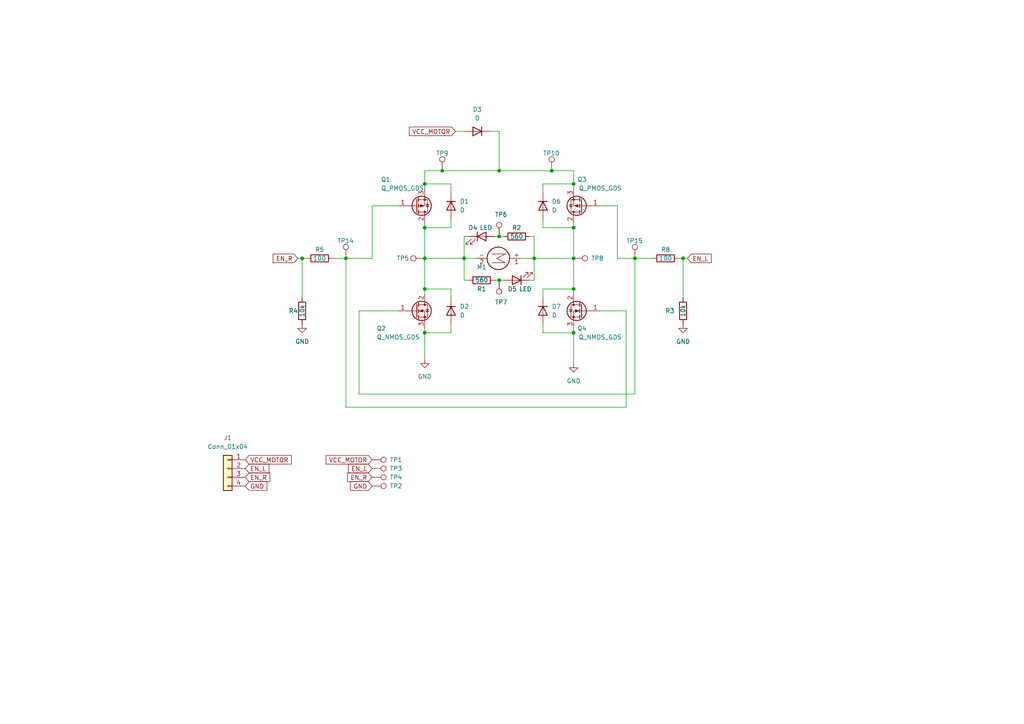
<source format=kicad_sch>
(kicad_sch (version 20230121) (generator eeschema)
  (paper "A4")
  (lib_symbols
    (symbol "Connector:TestPoint" (pin_numbers hide) (pin_names (offset 0.762) hide)
      (property "Reference" "TP" (at 0 6.858 0))
      (property "Value" "TestPoint" (at 0 5.08 0))
      (symbol "TestPoint_0_1"
        (circle (center 0 3.302) (radius 0.762))
      )
      (symbol "TestPoint_1_1"
        (pin passive line (at 0 0 90) (length 2.54) (name "1") (number "1"))
      )
    )
    (symbol "Connector_Generic:Conn_01x04" (pin_names (offset 1.016) hide)
      (property "Reference" "J" (at 0 5.08 0))
      (property "Value" "Conn_01x04" (at 0 -7.62 0))
      (symbol "Conn_01x04_1_1"
        (rectangle (start -1.27 -4.953) (end 0 -5.207) (stroke (width 0.1524)))
        (rectangle (start -1.27 -2.413) (end 0 -2.667) (stroke (width 0.1524)))
        (rectangle (start -1.27 0.127) (end 0 -0.127) (stroke (width 0.1524)))
        (rectangle (start -1.27 2.667) (end 0 2.413) (stroke (width 0.1524)))
        (rectangle (start -1.27 3.81) (end 1.27 -6.35) (stroke (width 0.254)) (fill (type background)))
        (pin passive line (at -5.08 2.54 0) (length 3.81) (name "Pin_1") (number "1"))
        (pin passive line (at -5.08 0 0) (length 3.81) (name "Pin_2") (number "2"))
        (pin passive line (at -5.08 -2.54 0) (length 3.81) (name "Pin_3") (number "3"))
        (pin passive line (at -5.08 -5.08 0) (length 3.81) (name "Pin_4") (number "4"))
      )
    )
    (symbol "Device:D" (pin_numbers hide) (pin_names (offset 1.016) hide)
      (property "Reference" "D" (at 0 2.54 0))
      (property "Value" "D" (at 0 -2.54 0))
      (symbol "D_0_1"
        (polyline (pts (xy -1.27 1.27) (xy -1.27 -1.27)) (stroke (width 0.254)))
        (polyline (pts (xy 1.27 0) (xy -1.27 0)))
        (polyline (pts (xy 1.27 1.27) (xy 1.27 -1.27) (xy -1.27 0) (xy 1.27 1.27)) (stroke (width 0.254)))
      )
      (symbol "D_1_1"
        (pin passive line (at -3.81 0 0) (length 2.54) (name "K") (number "1"))
        (pin passive line (at 3.81 0 180) (length 2.54) (name "A") (number "2"))
      )
    )
    (symbol "Device:LED" (pin_numbers hide) (pin_names (offset 1.016) hide)
      (property "Reference" "D" (at 0 2.54 0))
      (property "Value" "LED" (at 0 -2.54 0))
      (symbol "LED_0_1"
        (polyline (pts (xy -1.27 -1.27) (xy -1.27 1.27)) (stroke (width 0.254)))
        (polyline (pts (xy -1.27 0) (xy 1.27 0)))
        (polyline (pts (xy 1.27 -1.27) (xy 1.27 1.27) (xy -1.27 0) (xy 1.27 -1.27)) (stroke (width 0.254)))
        (polyline (pts (xy -3.048 -0.762) (xy -4.572 -2.286) (xy -3.81 -2.286) (xy -4.572 -2.286) (xy -4.572 -1.524)))
        (polyline (pts (xy -1.778 -0.762) (xy -3.302 -2.286) (xy -2.54 -2.286) (xy -3.302 -2.286) (xy -3.302 -1.524)))
      )
      (symbol "LED_1_1"
        (pin passive line (at -3.81 0 0) (length 2.54) (name "K") (number "1"))
        (pin passive line (at 3.81 0 180) (length 2.54) (name "A") (number "2"))
      )
    )
    (symbol "Device:Q_NMOS_GDS" (pin_names (offset 0) hide)
      (property "Reference" "Q" (at 5.08 1.27 0))
      (property "Value" "Q_NMOS_GDS" (at 5.08 -1.27 0))
      (symbol "Q_NMOS_GDS_0_1"
        (polyline (pts (xy 0.254 0) (xy -2.54 0)))
        (polyline (pts (xy 0.254 1.905) (xy 0.254 -1.905)) (stroke (width 0.254)))
        (polyline (pts (xy 0.762 -1.27) (xy 0.762 -2.286)) (stroke (width 0.254)))
        (polyline (pts (xy 0.762 0.508) (xy 0.762 -0.508)) (stroke (width 0.254)))
        (polyline (pts (xy 0.762 2.286) (xy 0.762 1.27)) (stroke (width 0.254)))
        (polyline (pts (xy 2.54 2.54) (xy 2.54 1.778)))
        (polyline (pts (xy 2.54 -2.54) (xy 2.54 0) (xy 0.762 0)))
        (polyline (pts (xy 0.762 -1.778) (xy 3.302 -1.778) (xy 3.302 1.778) (xy 0.762 1.778)))
        (polyline (pts (xy 1.016 0) (xy 2.032 0.381) (xy 2.032 -0.381) (xy 1.016 0)) (fill (type outline)))
        (polyline (pts (xy 2.794 0.508) (xy 2.921 0.381) (xy 3.683 0.381) (xy 3.81 0.254)))
        (polyline (pts (xy 3.302 0.381) (xy 2.921 -0.254) (xy 3.683 -0.254) (xy 3.302 0.381)))
        (circle (center 1.651 0) (radius 2.794) (stroke (width 0.254)))
        (circle (center 2.54 -1.778) (radius 0.254) (fill (type outline)))
        (circle (center 2.54 1.778) (radius 0.254) (fill (type outline)))
      )
      (symbol "Q_NMOS_GDS_1_1"
        (pin input line (at -5.08 0 0) (length 2.54) (name "G") (number "1"))
        (pin passive line (at 2.54 5.08 270) (length 2.54) (name "D") (number "2"))
        (pin passive line (at 2.54 -5.08 90) (length 2.54) (name "S") (number "3"))
      )
    )
    (symbol "Device:Q_PMOS_GDS" (pin_names (offset 0) hide)
      (property "Reference" "Q" (at 5.08 1.27 0))
      (property "Value" "Q_PMOS_GDS" (at 5.08 -1.27 0))
      (symbol "Q_PMOS_GDS_0_1"
        (polyline (pts (xy 0.254 0) (xy -2.54 0)))
        (polyline (pts (xy 0.254 1.905) (xy 0.254 -1.905)) (stroke (width 0.254)))
        (polyline (pts (xy 0.762 -1.27) (xy 0.762 -2.286)) (stroke (width 0.254)))
        (polyline (pts (xy 0.762 0.508) (xy 0.762 -0.508)) (stroke (width 0.254)))
        (polyline (pts (xy 0.762 2.286) (xy 0.762 1.27)) (stroke (width 0.254)))
        (polyline (pts (xy 2.54 2.54) (xy 2.54 1.778)))
        (polyline (pts (xy 2.54 -2.54) (xy 2.54 0) (xy 0.762 0)))
        (polyline (pts (xy 0.762 1.778) (xy 3.302 1.778) (xy 3.302 -1.778) (xy 0.762 -1.778)))
        (polyline (pts (xy 2.286 0) (xy 1.27 0.381) (xy 1.27 -0.381) (xy 2.286 0)) (fill (type outline)))
        (polyline (pts (xy 2.794 -0.508) (xy 2.921 -0.381) (xy 3.683 -0.381) (xy 3.81 -0.254)))
        (polyline (pts (xy 3.302 -0.381) (xy 2.921 0.254) (xy 3.683 0.254) (xy 3.302 -0.381)))
        (circle (center 1.651 0) (radius 2.794) (stroke (width 0.254)))
        (circle (center 2.54 -1.778) (radius 0.254) (fill (type outline)))
        (circle (center 2.54 1.778) (radius 0.254) (fill (type outline)))
      )
      (symbol "Q_PMOS_GDS_1_1"
        (pin input line (at -5.08 0 0) (length 2.54) (name "G") (number "1"))
        (pin passive line (at 2.54 5.08 270) (length 2.54) (name "D") (number "2"))
        (pin passive line (at 2.54 -5.08 90) (length 2.54) (name "S") (number "3"))
      )
    )
    (symbol "Device:R" (pin_numbers hide) (pin_names (offset 0))
      (property "Reference" "R" (at 2.032 0 90))
      (property "Value" "R" (at 0 0 90))
      (symbol "R_0_1"
        (rectangle (start -1.016 -2.54) (end 1.016 2.54) (stroke (width 0.254)))
      )
      (symbol "R_1_1"
        (pin passive line (at 0 3.81 270) (length 1.27) (name "~") (number "1"))
        (pin passive line (at 0 -3.81 90) (length 1.27) (name "~") (number "2"))
      )
    )
    (symbol "Motor:Motor_DC" (pin_names (offset 0))
      (property "Reference" "M" (at 2.54 2.54 0))
      (property "Value" "Motor_DC" (at 2.54 -5.08 0))
      (symbol "Motor_DC_0_0"
        (polyline (pts (xy -1.27 -3.302) (xy -1.27 0.508) (xy 0 -2.032) (xy 1.27 0.508) (xy 1.27 -3.302)))
      )
      (symbol "Motor_DC_0_1"
        (circle (center 0 -1.524) (radius 3.2512) (stroke (width 0.254)))
        (polyline (pts (xy 0 -7.62) (xy 0 -7.112)))
        (polyline (pts (xy 0 -4.7752) (xy 0 -5.1816)))
        (polyline (pts (xy 0 1.7272) (xy 0 2.0828)))
        (polyline (pts (xy 0 2.032) (xy 0 2.54)))
      )
      (symbol "Motor_DC_1_1"
        (pin passive line (at 0 5.08 270) (length 2.54) (name "+") (number "1"))
        (pin passive line (at 0 -7.62 90) (length 2.54) (name "-") (number "2"))
      )
    )
    (symbol "power:GND" (power) (pin_names (offset 0))
      (property "Value" "GND" (at 0 -3.81 0))
      (symbol "GND_0_1"
        (polyline (pts (xy 0 0) (xy 0 -1.27) (xy 1.27 -1.27) (xy 0 -2.54) (xy -1.27 -1.27) (xy 0 -1.27)))
      )
      (symbol "GND_1_1"
        (pin power_in line (at 0 0 270) (length 0) hide (name "GND") (number "1"))
      )
    )
  )
  (junction (at 134.62 74.93))
  (junction (at 166.37 53.34))
  (junction (at 123.19 74.93))
  (junction (at 128.27 49.53))
  (junction (at 160.02 49.53))
  (junction (at 198.12 74.93))
  (junction (at 123.19 83.82))
  (junction (at 166.37 83.82))
  (junction (at 144.78 68.58))
  (junction (at 184.15 74.93))
  (junction (at 123.19 53.34))
  (junction (at 87.63 74.93))
  (junction (at 154.94 74.93))
  (junction (at 100.33 74.93))
  (junction (at 123.19 96.52))
  (junction (at 144.78 49.53))
  (junction (at 123.19 66.04))
  (junction (at 166.37 96.52))
  (junction (at 166.37 74.93))
  (junction (at 166.37 66.04))
  (junction (at 144.78 81.28))
  (wire (pts (xy 166.37 74.93) (xy 166.37 83.82)))
  (wire (pts (xy 189.23 74.93) (xy 184.15 74.93)))
  (wire (pts (xy 123.19 74.93) (xy 123.19 83.82)))
  (wire (pts (xy 123.19 49.53) (xy 128.27 49.53)))
  (wire (pts (xy 157.48 53.34) (xy 166.37 53.34)))
  (wire (pts (xy 96.52 74.93) (xy 100.33 74.93)))
  (wire (pts (xy 143.51 68.58) (xy 144.78 68.58)))
  (wire (pts (xy 123.19 66.04) (xy 123.19 74.93)))
  (wire (pts (xy 157.48 55.88) (xy 157.48 53.34)))
  (wire (pts (xy 157.48 93.98) (xy 157.48 96.52)))
  (wire (pts (xy 157.48 96.52) (xy 166.37 96.52)))
  (wire (pts (xy 123.19 96.52) (xy 130.81 96.52)))
  (wire (pts (xy 196.85 74.93) (xy 198.12 74.93)))
  (wire (pts (xy 153.67 81.28) (xy 154.94 81.28)))
  (wire (pts (xy 143.51 81.28) (xy 144.78 81.28)))
  (wire (pts (xy 181.61 118.11) (xy 100.33 118.11)))
  (wire (pts (xy 151.13 74.93) (xy 154.94 74.93)))
  (wire (pts (xy 166.37 66.04) (xy 166.37 74.93)))
  (wire (pts (xy 184.15 74.93) (xy 179.07 74.93)))
  (wire (pts (xy 87.63 74.93) (xy 88.9 74.93)))
  (wire (pts (xy 86.36 74.93) (xy 87.63 74.93)))
  (wire (pts (xy 130.81 86.36) (xy 130.81 83.82)))
  (wire (pts (xy 166.37 96.52) (xy 166.37 105.41)))
  (wire (pts (xy 157.48 83.82) (xy 166.37 83.82)))
  (wire (pts (xy 154.94 74.93) (xy 154.94 81.28)))
  (wire (pts (xy 123.19 83.82) (xy 123.19 85.09)))
  (wire (pts (xy 166.37 95.25) (xy 166.37 96.52)))
  (wire (pts (xy 123.19 83.82) (xy 130.81 83.82)))
  (wire (pts (xy 87.63 74.93) (xy 87.63 86.36)))
  (wire (pts (xy 198.12 74.93) (xy 199.39 74.93)))
  (wire (pts (xy 128.27 49.53) (xy 144.78 49.53)))
  (wire (pts (xy 123.19 53.34) (xy 130.81 53.34)))
  (wire (pts (xy 134.62 81.28) (xy 135.89 81.28)))
  (wire (pts (xy 153.67 68.58) (xy 154.94 68.58)))
  (wire (pts (xy 179.07 74.93) (xy 179.07 59.69)))
  (wire (pts (xy 198.12 74.93) (xy 198.12 86.36)))
  (wire (pts (xy 160.02 49.53) (xy 166.37 49.53)))
  (wire (pts (xy 123.19 74.93) (xy 134.62 74.93)))
  (wire (pts (xy 166.37 83.82) (xy 166.37 85.09)))
  (wire (pts (xy 104.14 114.3) (xy 184.15 114.3)))
  (wire (pts (xy 142.24 38.1) (xy 144.78 38.1)))
  (wire (pts (xy 157.48 66.04) (xy 166.37 66.04)))
  (wire (pts (xy 132.08 38.1) (xy 134.62 38.1)))
  (wire (pts (xy 123.19 96.52) (xy 123.19 104.14)))
  (wire (pts (xy 130.81 66.04) (xy 123.19 66.04)))
  (wire (pts (xy 166.37 53.34) (xy 166.37 49.53)))
  (wire (pts (xy 157.48 86.36) (xy 157.48 83.82)))
  (wire (pts (xy 130.81 53.34) (xy 130.81 55.88)))
  (wire (pts (xy 123.19 49.53) (xy 123.19 53.34)))
  (wire (pts (xy 107.95 74.93) (xy 107.95 59.69)))
  (wire (pts (xy 130.81 63.5) (xy 130.81 66.04)))
  (wire (pts (xy 107.95 59.69) (xy 115.57 59.69)))
  (wire (pts (xy 173.99 90.17) (xy 181.61 90.17)))
  (wire (pts (xy 130.81 93.98) (xy 130.81 96.52)))
  (wire (pts (xy 134.62 68.58) (xy 134.62 74.93)))
  (wire (pts (xy 100.33 118.11) (xy 100.33 74.93)))
  (wire (pts (xy 144.78 68.58) (xy 146.05 68.58)))
  (wire (pts (xy 134.62 74.93) (xy 134.62 81.28)))
  (wire (pts (xy 154.94 68.58) (xy 154.94 74.93)))
  (wire (pts (xy 184.15 114.3) (xy 184.15 74.93)))
  (wire (pts (xy 123.19 64.77) (xy 123.19 66.04)))
  (wire (pts (xy 157.48 63.5) (xy 157.48 66.04)))
  (wire (pts (xy 181.61 90.17) (xy 181.61 118.11)))
  (wire (pts (xy 144.78 38.1) (xy 144.78 49.53)))
  (wire (pts (xy 123.19 53.34) (xy 123.19 54.61)))
  (wire (pts (xy 123.19 95.25) (xy 123.19 96.52)))
  (wire (pts (xy 115.57 90.17) (xy 104.14 90.17)))
  (wire (pts (xy 100.33 74.93) (xy 107.95 74.93)))
  (wire (pts (xy 144.78 81.28) (xy 146.05 81.28)))
  (wire (pts (xy 134.62 68.58) (xy 135.89 68.58)))
  (wire (pts (xy 166.37 64.77) (xy 166.37 66.04)))
  (wire (pts (xy 154.94 74.93) (xy 166.37 74.93)))
  (wire (pts (xy 134.62 74.93) (xy 138.43 74.93)))
  (wire (pts (xy 166.37 54.61) (xy 166.37 53.34)))
  (wire (pts (xy 104.14 90.17) (xy 104.14 114.3)))
  (wire (pts (xy 144.78 49.53) (xy 160.02 49.53)))
  (wire (pts (xy 179.07 59.69) (xy 173.99 59.69)))
  (global_label "EN_L" (shape input) (at 71.12 135.89 0) (property "Intersheetrefs" "${INTERSHEET_REFS}" (effects hide)))
  (global_label "EN_R" (shape input) (at 86.36 74.93 180) (property "Intersheetrefs" "${INTERSHEET_REFS}" (effects hide)))
  (global_label "GND" (shape input) (at 71.12 140.97 0) (property "Intersheetrefs" "${INTERSHEET_REFS}" (effects hide)))
  (global_label "VCC_MOTOR" (shape input) (at 107.95 133.35 180) (property "Intersheetrefs" "${INTERSHEET_REFS}" (effects hide)))
  (global_label "EN_R" (shape input) (at 71.12 138.43 0) (property "Intersheetrefs" "${INTERSHEET_REFS}" (effects hide)))
  (global_label "EN_L" (shape input) (at 199.39 74.93 0) (property "Intersheetrefs" "${INTERSHEET_REFS}" (effects hide)))
  (global_label "VCC_MOTOR" (shape input) (at 132.08 38.1 180) (property "Intersheetrefs" "${INTERSHEET_REFS}" (effects hide)))
  (global_label "EN_R" (shape input) (at 107.95 138.43 180) (property "Intersheetrefs" "${INTERSHEET_REFS}" (effects hide)))
  (global_label "EN_L" (shape input) (at 107.95 135.89 180) (property "Intersheetrefs" "${INTERSHEET_REFS}" (effects hide)))
  (global_label "GND" (shape input) (at 107.95 140.97 180) (property "Intersheetrefs" "${INTERSHEET_REFS}" (effects hide)))
  (global_label "VCC_MOTOR" (shape input) (at 71.12 133.35 0) (property "Intersheetrefs" "${INTERSHEET_REFS}" (effects hide)))
  (symbol (lib_id "Connector:TestPoint") (at 160.02 49.53 0) (unit 1)
    (property "Reference" "TP10" (at 157.48 44.45 0) (effects (justify left)))
    (property "Value" "TestPoint" (effects hide))
    (property "Footprint" "TestPoint:TestPoint_Keystone_5005-5009_Compact" (effects hide))
    (instances (project "schema_H-brug" (path "" (reference "TP10") (unit 1)) (path "" (reference "TP22") (unit 1))))
  )
  (symbol (lib_id "Connector:TestPoint") (at 100.33 74.93 0) (unit 1)
    (property "Reference" "TP14" (at 97.79 69.85 0) (effects (justify left)))
    (property "Value" "TestPoint" (effects hide))
  )
  (symbol (lib_id "Connector:TestPoint") (at 128.27 49.53 0) (unit 1)
    (property "Reference" "TP9" (at 128.27 44.45 0))
    (property "Value" "TestPoint" (effects hide))
    (property "Footprint" "TestPoint:TestPoint_Keystone_5005-5009_Compact" (effects hide))
    (instances (project "schema_H-brug" (path "" (reference "TP9") (unit 1)) (path "" (reference "TP19") (unit 1))))
  )
  (symbol (lib_id "Connector:TestPoint") (at 107.95 138.43 270) (unit 1)
    (property "Reference" "TP4" (at 113.03 138.43 90) (effects (justify left)))
    (property "Value" "TestPoint" (effects hide))
    (property "Footprint" "TestPoint:TestPoint_Keystone_5005-5009_Compact" (effects hide))
    (instances (project "schema_H-brug" (path "" (reference "TP4") (unit 1)) (path "" (reference "TP16") (unit 1))))
  )
  (symbol (lib_id "Device:LED") (at 149.86 81.28 180) (unit 1)
    (property "Reference" "D5" (at 148.59 83.82 0))
    (property "Value" "LED" (at 152.4 83.82 0))
    (property "Footprint" "LED_THT:LED_D5.0mm" (effects hide))
    (instances (project "schema_H-brug" (path "" (reference "D5") (unit 1)) (path "" (reference "D12") (unit 1))))
  )
  (symbol (lib_id "Device:Q_NMOS_GDS") (at 120.65 90.17 0) (unit 1)
    (property "Reference" "Q2" (at 109.22 95.25 0) (effects (justify left)))
    (property "Value" "Q_NMOS_GDS" (at 109.22 97.79 0) (effects (justify left)))
    (property "Footprint" "Connector_PinSocket_2.54mm:PinSocket_1x03_P2.54mm_Vertical" (effects hide))
    (instances (project "schema_H-brug" (path "" (reference "Q2") (unit 1)) (path "" (reference "Q9") (unit 1))))
  )
  (symbol (lib_id "Connector:TestPoint") (at 107.95 140.97 270) (unit 1)
    (property "Reference" "TP2" (at 113.03 140.97 90) (effects (justify left)))
    (property "Value" "TestPoint" (effects hide))
    (property "Footprint" "TestPoint:TestPoint_Keystone_5005-5009_Compact" (effects hide))
    (instances (project "schema_H-brug" (path "" (reference "TP2") (unit 1)) (path "" (reference "TP17") (unit 1))))
  )
  (symbol (lib_id "Connector:TestPoint") (at 107.95 135.89 270) (unit 1)
    (property "Reference" "TP3" (at 113.03 135.89 90) (effects (justify left)))
    (property "Value" "TestPoint" (effects hide))
    (property "Footprint" "TestPoint:TestPoint_Keystone_5005-5009_Compact" (effects hide))
    (instances (project "schema_H-brug" (path "" (reference "TP3") (unit 1)) (path "" (reference "TP13") (unit 1))))
  )
  (symbol (lib_id "Device:Q_NMOS_GDS") (at 168.91 90.17 0) (mirror y) (unit 1)
    (property "Reference" "Q4" (at 170.18 95.25 0) (effects (justify left)))
    (property "Value" "Q_NMOS_GDS" (at 180.34 97.79 0) (effects (justify left)))
    (property "Footprint" "Connector_PinSocket_2.54mm:PinSocket_1x03_P2.54mm_Vertical" (effects hide))
    (instances (project "schema_H-brug" (path "" (reference "Q4") (unit 1)) (path "" (reference "Q11") (unit 1))))
  )
  (symbol (lib_id "Device:D") (at 157.48 59.69 270) (unit 1)
    (property "Reference" "D6" (at 160.02 58.4199 90) (effects (justify left)))
    (property "Value" "D" (at 160.02 60.9599 90) (effects (justify left)))
    (property "Footprint" "Diode_THT:D_5W_P5.08mm_Vertical_AnodeUp" (effects hide))
    (instances (project "schema_H-brug" (path "" (reference "D6") (unit 1)) (path "" (reference "D13") (unit 1))))
  )
  (symbol (lib_id "Device:D") (at 130.81 59.69 270) (unit 1)
    (property "Reference" "D1" (at 133.35 58.4199 90) (effects (justify left)))
    (property "Value" "D" (at 133.35 60.9599 90) (effects (justify left)))
    (property "Footprint" "Diode_THT:D_5W_P5.08mm_Vertical_AnodeUp" (effects hide))
    (instances (project "schema_H-brug" (path "" (reference "D1") (unit 1)) (path "" (reference "D8") (unit 1))))
  )
  (symbol (lib_id "Device:Q_PMOS_GDS") (at 120.65 59.69 0) (mirror x) (unit 1)
    (property "Reference" "Q1" (at 110.49 52.07 0) (effects (justify left)))
    (property "Value" "Q_PMOS_GDS" (at 110.49 54.61 0) (effects (justify left)))
    (property "Footprint" "Connector_PinSocket_2.54mm:PinSocket_1x03_P2.54mm_Vertical" (effects hide))
    (instances (project "schema_H-brug" (path "" (reference "Q1") (unit 1)) (path "" (reference "Q8") (unit 1))))
  )
  (symbol (lib_id "Device:R") (at 198.12 90.17 180) (unit 1)
    (property "Reference" "R3" (at 194.31 90.17 0))
    (property "Value" "10k" (at 198.12 90.17 90))
    (property "Footprint" "Resistor_THT:R_Axial_DIN0309_L9.0mm_D3.2mm_P2.54mm_Vertical" (effects hide))
    (instances (project "schema_H-brug" (path "" (reference "R3") (unit 1)) (path "" (reference "R16") (unit 1))))
  )
  (symbol (lib_id "Device:LED") (at 139.7 68.58 0) (unit 1)
    (property "Reference" "D4" (at 137.16 66.04 0))
    (property "Value" "LED" (at 140.97 66.04 0))
    (property "Footprint" "LED_THT:LED_D5.0mm" (effects hide))
    (instances (project "schema_H-brug" (path "" (reference "D4") (unit 1)) (path "" (reference "D11") (unit 1))))
  )
  (symbol (lib_id "Connector:TestPoint") (at 166.37 74.93 270) (unit 1)
    (property "Reference" "TP8" (at 171.45 74.9299 90) (effects (justify left)))
    (property "Value" "TestPoint" (effects hide))
    (property "Footprint" "TestPoint:TestPoint_Keystone_5005-5009_Compact" (effects hide))
    (instances (project "schema_H-brug" (path "" (reference "TP8") (unit 1)) (path "" (reference "TP23") (unit 1))))
  )
  (symbol (lib_id "Device:D") (at 130.81 90.17 270) (unit 1)
    (property "Reference" "D2" (at 133.35 88.8999 90) (effects (justify left)))
    (property "Value" "D" (at 133.35 91.4399 90) (effects (justify left)))
    (property "Footprint" "Diode_THT:D_5W_P5.08mm_Vertical_AnodeUp" (effects hide))
    (instances (project "schema_H-brug" (path "" (reference "D2") (unit 1)) (path "" (reference "D9") (unit 1))))
  )
  (symbol (lib_id "power:GND") (at 87.63 93.98 0) (unit 1)
    (property "Reference" "#PWR03" (effects hide))
    (property "Value" "GND" (at 87.63 99.06 0))
    (instances (project "schema_H-brug" (path "" (reference "#PWR03") (unit 1)) (path "" (reference "#PWR07") (unit 1))))
  )
  (symbol (lib_id "Device:D") (at 138.43 38.1 180) (unit 1)
    (property "Reference" "D3" (at 138.43 31.75 0))
    (property "Value" "D" (at 138.43 34.29 0))
    (property "Footprint" "Diode_THT:D_5W_P5.08mm_Vertical_AnodeUp" (effects hide))
    (instances (project "schema_H-brug" (path "" (reference "D3") (unit 1)) (path "" (reference "D10") (unit 1))))
  )
  (symbol (lib_id "Device:R") (at 193.04 74.93 90) (unit 1)
    (property "Reference" "R8" (at 193.04 72.39 90))
    (property "Value" "100" (at 193.04 74.93 90))
    (property "Footprint" "Resistor_THT:R_Axial_DIN0309_L9.0mm_D3.2mm_P2.54mm_Vertical" (effects hide))
    (instances (project "schema_H-brug" (path "" (reference "R8") (unit 1)) (path "" (reference "R15") (unit 1))))
  )
  (symbol (lib_id "Device:D") (at 157.48 90.17 270) (unit 1)
    (property "Reference" "D7" (at 160.02 88.8999 90) (effects (justify left)))
    (property "Value" "D" (at 160.02 91.4399 90) (effects (justify left)))
    (property "Footprint" "Diode_THT:D_5W_P5.08mm_Vertical_AnodeUp" (effects hide))
    (instances (project "schema_H-brug" (path "" (reference "D7") (unit 1)) (path "" (reference "D14") (unit 1))))
  )
  (symbol (lib_id "Connector:TestPoint") (at 107.95 133.35 270) (unit 1)
    (property "Reference" "TP1" (at 113.03 133.35 90) (effects (justify left)))
    (property "Value" "TestPoint" (effects hide))
    (property "Footprint" "TestPoint:TestPoint_Keystone_5005-5009_Compact" (effects hide))
    (instances (project "schema_H-brug" (path "" (reference "TP1") (unit 1)) (path "" (reference "TP12") (unit 1))))
  )
  (symbol (lib_id "power:GND") (at 123.19 104.14 0) (unit 1)
    (property "Reference" "#PWR01" (effects hide))
    (property "Value" "GND" (at 123.19 109.22 0))
    (instances (project "schema_H-brug" (path "" (reference "#PWR01") (unit 1)) (path "" (reference "#PWR09") (unit 1))))
  )
  (symbol (lib_id "Connector:TestPoint") (at 144.78 81.28 180) (unit 1)
    (property "Reference" "TP7" (at 143.51 87.63 0) (effects (justify right)))
    (property "Value" "TestPoint" (effects hide))
    (property "Footprint" "TestPoint:TestPoint_Keystone_5005-5009_Compact" (effects hide))
    (instances (project "schema_H-brug" (path "" (reference "TP7") (unit 1)) (path "" (reference "TP21") (unit 1))))
  )
  (symbol (lib_id "Connector_Generic:Conn_01x04") (at 66.04 135.89 0) (mirror y) (unit 1)
    (property "Reference" "J1" (at 66.04 127 0))
    (property "Value" "Conn_01x04" (at 66.04 129.54 0))
    (property "Footprint" "Connector_PinHeader_2.54mm:PinHeader_1x04_P2.54mm_Vertical" (effects hide))
    (instances (project "schema_H-brug" (path "" (reference "J1") (unit 1)) (path "" (reference "J2") (unit 1))))
  )
  (symbol (lib_id "Connector:TestPoint") (at 184.15 74.93 0) (unit 1)
    (property "Reference" "TP15" (at 181.61 69.85 0) (effects (justify left)))
    (property "Value" "TestPoint" (effects hide))
  )
  (symbol (lib_id "power:GND") (at 198.12 93.98 0) (unit 1)
    (property "Reference" "#PWR04" (effects hide))
    (property "Value" "GND" (at 198.12 99.06 0))
    (instances (project "schema_H-brug" (path "" (reference "#PWR04") (unit 1)) (path "" (reference "#PWR012") (unit 1))))
  )
  (symbol (lib_id "Device:R") (at 92.71 74.93 90) (unit 1)
    (property "Reference" "R5" (at 92.71 72.39 90))
    (property "Value" "100" (at 92.71 74.93 90))
    (property "Footprint" "Resistor_THT:R_Axial_DIN0309_L9.0mm_D3.2mm_P2.54mm_Vertical" (effects hide))
    (instances (project "schema_H-brug" (path "" (reference "R5") (unit 1)) (path "" (reference "R10") (unit 1))))
  )
  (symbol (lib_id "Device:R") (at 149.86 68.58 90) (unit 1)
    (property "Reference" "R2" (at 149.86 66.04 90))
    (property "Value" "560" (at 149.86 68.58 90))
    (property "Footprint" "Resistor_THT:R_Axial_DIN0309_L9.0mm_D3.2mm_P2.54mm_Vertical" (effects hide))
    (instances (project "schema_H-brug" (path "" (reference "R2") (unit 1)) (path "" (reference "R13") (unit 1))))
  )
  (symbol (lib_id "power:GND") (at 166.37 105.41 0) (unit 1)
    (property "Reference" "#PWR02" (effects hide))
    (property "Value" "GND" (at 166.37 110.49 0))
    (instances (project "schema_H-brug" (path "" (reference "#PWR02") (unit 1)) (path "" (reference "#PWR010") (unit 1))))
  )
  (symbol (lib_id "Device:R") (at 139.7 81.28 90) (unit 1)
    (property "Reference" "R1" (at 139.7 83.82 90))
    (property "Value" "560" (at 139.7 81.28 90))
    (property "Footprint" "Resistor_THT:R_Axial_DIN0309_L9.0mm_D3.2mm_P2.54mm_Vertical" (effects hide))
    (instances (project "schema_H-brug" (path "" (reference "R1") (unit 1)) (path "" (reference "R12") (unit 1))))
  )
  (symbol (lib_id "Device:Q_PMOS_GDS") (at 168.91 59.69 180) (unit 1)
    (property "Reference" "Q3" (at 170.18 52.07 0) (effects (justify left)))
    (property "Value" "Q_PMOS_GDS" (at 180.34 54.61 0) (effects (justify left)))
    (property "Footprint" "Connector_PinSocket_2.54mm:PinSocket_1x03_P2.54mm_Vertical" (effects hide))
    (instances (project "schema_H-brug" (path "" (reference "Q3") (unit 1)) (path "" (reference "Q10") (unit 1))))
  )
  (symbol (lib_id "Connector:TestPoint") (at 123.19 74.93 90) (unit 1)
    (property "Reference" "TP5" (at 116.84 74.93 90))
    (property "Value" "TestPoint" (effects hide))
    (property "Footprint" "TestPoint:TestPoint_Keystone_5005-5009_Compact" (effects hide))
    (instances (project "schema_H-brug" (path "" (reference "TP5") (unit 1)) (path "" (reference "TP18") (unit 1))))
  )
  (symbol (lib_id "Connector:TestPoint") (at 144.78 68.58 0) (unit 1)
    (property "Reference" "TP6" (at 143.51 62.23 0) (effects (justify left)))
    (property "Value" "TestPoint" (effects hide))
    (property "Footprint" "TestPoint:TestPoint_Keystone_5005-5009_Compact" (effects hide))
    (instances (project "schema_H-brug" (path "" (reference "TP6") (unit 1)) (path "" (reference "TP20") (unit 1))))
  )
  (symbol (lib_id "Device:R") (at 87.63 90.17 180) (unit 1)
    (property "Reference" "R4" (at 85.09 90.17 0))
    (property "Value" "10k" (at 87.63 90.17 90))
    (property "Footprint" "Resistor_THT:R_Axial_DIN0309_L9.0mm_D3.2mm_P2.54mm_Vertical" (effects hide))
    (instances (project "schema_H-brug" (path "" (reference "R4") (unit 1)) (path "" (reference "R9") (unit 1))))
  )
  (symbol (lib_id "Motor:Motor_DC") (at 146.05 74.93 270) (unit 1)
    (property "Reference" "M1" (at 139.7 77.47 90))
    (property "Value" "Motor_DC" (effects hide))
    (property "Footprint" "Connector_Phoenix_MSTB:PhoenixContact_MSTBA_2,5_2-G-5,08_1x02_P5.08mm_Horizontal" (effects hide))
    (instances (project "schema_H-brug" (path "" (reference "M1") (unit 1)) (path "" (reference "M2") (unit 1))))
  )
)
</source>
